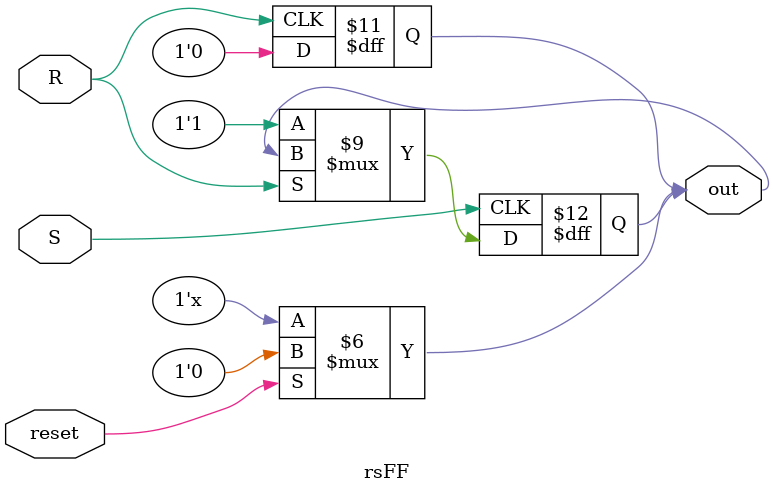
<source format=v>
module rsFF (
    input S, R,
    input reset,
    output reg out
);

//    always @ (*) begin
//        if (S) out = 1;
//        if (R) out = 0;
//    end
   
    always @ (posedge S) if (!R) out = 1;
    always @(posedge R) out = 0;
    always @ (reset) if (reset) out = 0;

endmodule
        

</source>
